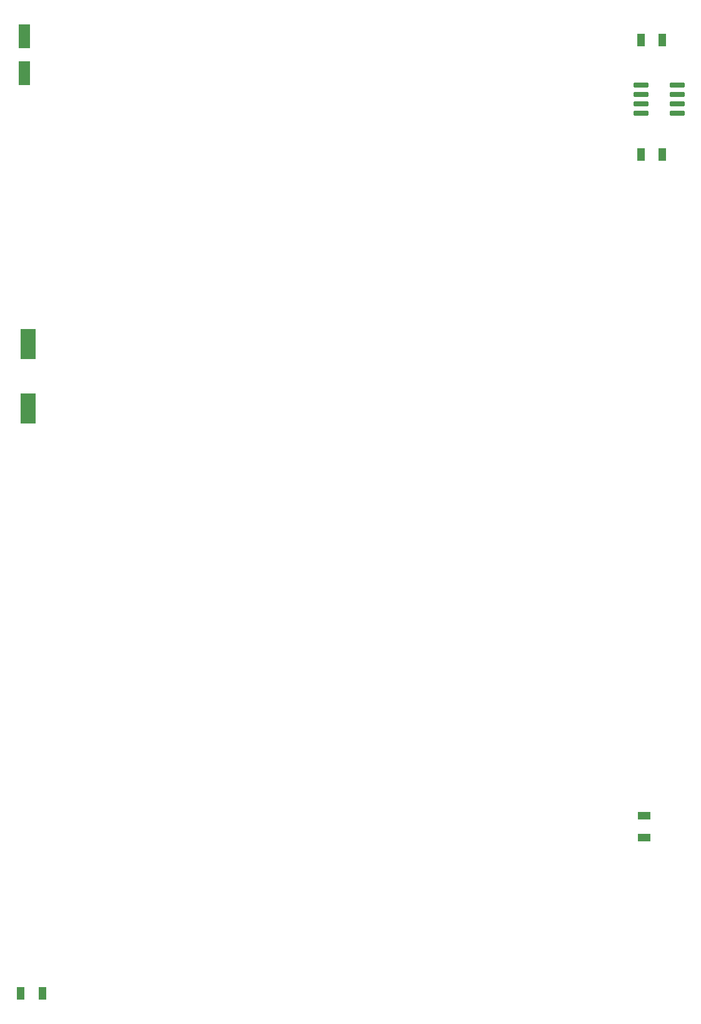
<source format=gtp>
G04*
G04 #@! TF.GenerationSoftware,Altium Limited,Altium Designer,22.8.2 (66)*
G04*
G04 Layer_Color=8421504*
%FSLAX42Y42*%
%MOMM*%
G71*
G04*
G04 #@! TF.SameCoordinates,B6351484-2ED7-4914-87D0-F8C2F53150F7*
G04*
G04*
G04 #@! TF.FilePolarity,Positive*
G04*
G01*
G75*
%ADD15R,1.13X1.77*%
%ADD16R,2.00X4.10*%
%ADD17R,1.60X3.20*%
%ADD18R,1.77X1.13*%
G04:AMPARAMS|DCode=19|XSize=1.97mm|YSize=0.6mm|CornerRadius=0.08mm|HoleSize=0mm|Usage=FLASHONLY|Rotation=0.000|XOffset=0mm|YOffset=0mm|HoleType=Round|Shape=RoundedRectangle|*
%AMROUNDEDRECTD19*
21,1,1.97,0.45,0,0,0.0*
21,1,1.82,0.60,0,0,0.0*
1,1,0.15,0.91,-0.23*
1,1,0.15,-0.91,-0.23*
1,1,0.15,-0.91,0.23*
1,1,0.15,0.91,0.23*
%
%ADD19ROUNDEDRECTD19*%
D15*
X653Y600D02*
D03*
X947D02*
D03*
X9347Y11950D02*
D03*
X9053D02*
D03*
Y13500D02*
D03*
X9347D02*
D03*
D16*
X750Y8515D02*
D03*
Y9385D02*
D03*
D17*
X700Y13050D02*
D03*
Y13550D02*
D03*
D18*
X9100Y2997D02*
D03*
Y2703D02*
D03*
D19*
X9547Y12890D02*
D03*
Y12764D02*
D03*
Y12636D02*
D03*
Y12510D02*
D03*
X9053D02*
D03*
Y12636D02*
D03*
Y12764D02*
D03*
Y12890D02*
D03*
M02*

</source>
